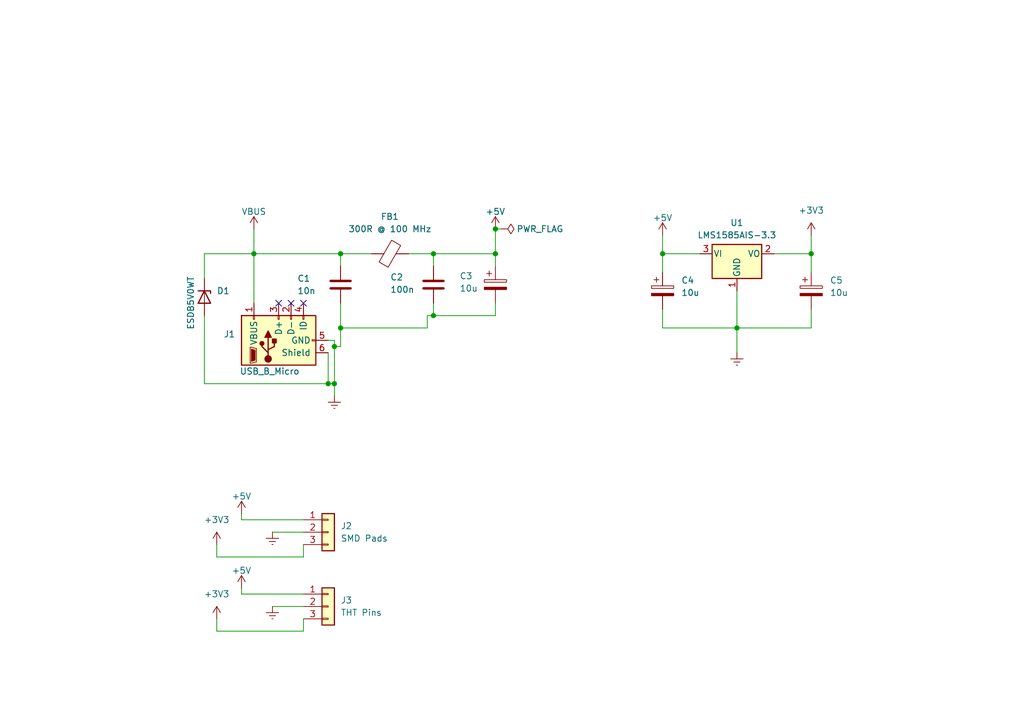
<source format=kicad_sch>
(kicad_sch (version 20231120) (generator "eeschema") (generator_version "8.0")
  (paper "A5")
  (title_block (title "5V & 3V3 USB Micro Power Supply Breakout Board") (date "2025-02-09") (rev "v01") (comment 3 "With filtering and ESD protection") (comment 4 "Simple 5V & 3V3 power supply from USB micro input (VBUS)"))
  (lib_symbols
    (symbol "Connector:USB_B_Micro" (pin_names (offset 1.016))
      (property "Reference" "J" (at -5.08 11.43 0))
      (property "Value" "USB_B_Micro" (at -5.08 8.89 0))
      (symbol "USB_B_Micro_0_1"
        (rectangle (start -5.08 -7.62) (end 5.08 7.62) (stroke (width 0.254)) (fill (type background)))
        (circle (center -3.81 2.159) (radius 0.635) (stroke (width 0.254)) (fill (type outline)))
        (circle (center -0.635 3.429) (radius 0.381) (stroke (width 0.254)) (fill (type outline)))
        (rectangle (start -0.127 -7.62) (end 0.127 -6.858))
        (polyline (pts (xy -1.905 2.159) (xy 0.635 2.159)) (stroke (width 0.254)))
        (polyline (pts (xy -3.175 2.159) (xy -2.54 2.159) (xy -1.27 3.429) (xy -0.635 3.429)) (stroke (width 0.254)))
        (polyline (pts (xy -2.54 2.159) (xy -1.905 2.159) (xy -1.27 0.889) (xy 0 0.889)) (stroke (width 0.254)))
        (polyline (pts (xy 0.635 2.794) (xy 0.635 1.524) (xy 1.905 2.159) (xy 0.635 2.794)) (stroke (width 0.254)) (fill (type outline)))
        (polyline (pts (xy -4.318 5.588) (xy -1.778 5.588) (xy -2.032 4.826) (xy -4.064 4.826) (xy -4.318 5.588)) (fill (type outline)))
        (polyline (pts (xy -4.699 5.842) (xy -4.699 5.588) (xy -4.445 4.826) (xy -4.445 4.572) (xy -1.651 4.572) (xy -1.651 4.826) (xy -1.397 5.588) (xy -1.397 5.842) (xy -4.699 5.842)))
        (rectangle (start 0.254 1.27) (end -0.508 0.508) (stroke (width 0.254)) (fill (type outline)))
        (rectangle (start 5.08 -5.207) (end 4.318 -4.953))
        (rectangle (start 5.08 -2.667) (end 4.318 -2.413))
        (rectangle (start 5.08 -0.127) (end 4.318 0.127))
        (rectangle (start 5.08 4.953) (end 4.318 5.207))
      )
      (symbol "USB_B_Micro_1_1"
        (pin power_out line (at 7.62 5.08 180) (length 2.54) (name "VBUS") (number "1"))
        (pin bidirectional line (at 7.62 -2.54 180) (length 2.54) (name "D-") (number "2"))
        (pin bidirectional line (at 7.62 0 180) (length 2.54) (name "D+") (number "3"))
        (pin passive line (at 7.62 -5.08 180) (length 2.54) (name "ID") (number "4"))
        (pin power_out line (at 0 -10.16 90) (length 2.54) (name "GND") (number "5"))
        (pin passive line (at -2.54 -10.16 90) (length 2.54) (name "Shield") (number "6"))
      )
    )
    (symbol "Connector_Generic:Conn_01x03" (pin_names (offset 1.016) hide)
      (property "Reference" "J" (at 0 5.08 0))
      (property "Value" "Conn_01x03" (at 0 -5.08 0))
      (symbol "Conn_01x03_1_1"
        (rectangle (start -1.27 -2.413) (end 0 -2.667) (stroke (width 0.1524)))
        (rectangle (start -1.27 0.127) (end 0 -0.127) (stroke (width 0.1524)))
        (rectangle (start -1.27 2.667) (end 0 2.413) (stroke (width 0.1524)))
        (rectangle (start -1.27 3.81) (end 1.27 -3.81) (stroke (width 0.254)) (fill (type background)))
        (pin passive line (at -5.08 2.54 0) (length 3.81) (name "Pin_1") (number "1"))
        (pin passive line (at -5.08 0 0) (length 3.81) (name "Pin_2") (number "2"))
        (pin passive line (at -5.08 -2.54 0) (length 3.81) (name "Pin_3") (number "3"))
      )
    )
    (symbol "Device:C" (pin_numbers hide) (pin_names (offset 0.254))
      (property "Reference" "C" (at 0.635 2.54 0))
      (property "Value" "C" (at 0.635 -2.54 0))
      (symbol "C_0_1"
        (polyline (pts (xy -2.032 -0.762) (xy 2.032 -0.762)) (stroke (width 0.508)))
        (polyline (pts (xy -2.032 0.762) (xy 2.032 0.762)) (stroke (width 0.508)))
      )
      (symbol "C_1_1"
        (pin passive line (at 0 3.81 270) (length 2.794) (name "~") (number "1"))
        (pin passive line (at 0 -3.81 90) (length 2.794) (name "~") (number "2"))
      )
    )
    (symbol "Device:C_Polarized" (pin_numbers hide) (pin_names (offset 0.254))
      (property "Reference" "C" (at 0.635 2.54 0))
      (property "Value" "C_Polarized" (at 0.635 -2.54 0))
      (symbol "C_Polarized_0_1"
        (rectangle (start -2.286 0.508) (end 2.286 1.016))
        (polyline (pts (xy -1.778 2.286) (xy -0.762 2.286)))
        (polyline (pts (xy -1.27 2.794) (xy -1.27 1.778)))
        (rectangle (start 2.286 -0.508) (end -2.286 -1.016) (fill (type outline)))
      )
      (symbol "C_Polarized_1_1"
        (pin passive line (at 0 3.81 270) (length 2.794) (name "~") (number "1"))
        (pin passive line (at 0 -3.81 90) (length 2.794) (name "~") (number "2"))
      )
    )
    (symbol "Device:FerriteBead" (pin_numbers hide) (pin_names (offset 0))
      (property "Reference" "FB" (at -3.81 0.635 90))
      (property "Value" "FerriteBead" (at 3.81 0 90))
      (symbol "FerriteBead_0_1"
        (polyline (pts (xy 0 -1.27) (xy 0 -1.2192)))
        (polyline (pts (xy 0 1.27) (xy 0 1.2954)))
        (polyline (pts (xy -2.7686 0.4064) (xy -1.7018 2.2606) (xy 2.7686 -0.3048) (xy 1.6764 -2.159) (xy -2.7686 0.4064)))
      )
      (symbol "FerriteBead_1_1"
        (pin passive line (at 0 3.81 270) (length 2.54) (name "~") (number "1"))
        (pin passive line (at 0 -3.81 90) (length 2.54) (name "~") (number "2"))
      )
    )
    (symbol "Diode:PTVS5V0Z1USKP" (pin_numbers hide) (pin_names hide)
      (property "Reference" "D" (at 0 2.54 0))
      (property "Value" "PTVS5V0Z1USKP" (at 0 -2.54 0))
      (symbol "PTVS5V0Z1USKP_0_1"
        (polyline (pts (xy 1.27 0) (xy -1.27 0)))
        (polyline (pts (xy -1.27 -1.27) (xy -1.27 1.27) (xy -0.762 1.27)) (stroke (width 0.254)))
        (polyline (pts (xy 1.27 -1.27) (xy 1.27 1.27) (xy -1.27 0) (xy 1.27 -1.27)) (stroke (width 0.254)))
      )
      (symbol "PTVS5V0Z1USKP_1_1"
        (pin passive line (at -3.81 0 0) (length 2.54) (name "K") (number "1"))
        (pin passive line (at 3.81 0 180) (length 2.54) (name "A") (number "2"))
      )
    )
    (symbol "Regulator_Linear:LM1084-3.3" (pin_names (offset 0.254))
      (property "Reference" "U" (at -3.81 3.175 0))
      (property "Value" "LM1084-3.3" (at 0 3.175 0))
      (symbol "LM1084-3.3_0_1"
        (rectangle (start -5.08 1.905) (end 5.08 -5.08) (stroke (width 0.254)) (fill (type background)))
      )
      (symbol "LM1084-3.3_1_1"
        (pin power_in line (at 0 -7.62 90) (length 2.54) (name "GND") (number "1"))
        (pin power_out line (at 7.62 0 180) (length 2.54) (name "VO") (number "2"))
        (pin power_in line (at -7.62 0 0) (length 2.54) (name "VI") (number "3"))
      )
    )
    (symbol "power:+3V3" (power) (pin_numbers hide) (pin_names (offset 0) hide)
      (property "Value" "+3V3" (at 0 3.556 0))
      (symbol "+3V3_0_1"
        (polyline (pts (xy -0.762 1.27) (xy 0 2.54)))
        (polyline (pts (xy 0 0) (xy 0 2.54)))
        (polyline (pts (xy 0 2.54) (xy 0.762 1.27)))
      )
      (symbol "+3V3_1_1"
        (pin power_in line (at 0 0 90) (length 0) (name "~") (number "1"))
      )
    )
    (symbol "power:+5V" (power) (pin_numbers hide) (pin_names (offset 0) hide)
      (property "Value" "+5V" (at 0 3.556 0))
      (symbol "+5V_0_1"
        (polyline (pts (xy -0.762 1.27) (xy 0 2.54)))
        (polyline (pts (xy 0 0) (xy 0 2.54)))
        (polyline (pts (xy 0 2.54) (xy 0.762 1.27)))
      )
      (symbol "+5V_1_1"
        (pin power_in line (at 0 0 90) (length 0) (name "~") (number "1"))
      )
    )
    (symbol "power:GNDREF" (power) (pin_numbers hide) (pin_names (offset 0) hide)
      (property "Value" "GNDREF" (at 0 -3.81 0))
      (symbol "GNDREF_0_1"
        (polyline (pts (xy -0.635 -1.905) (xy 0.635 -1.905)))
        (polyline (pts (xy -0.127 -2.54) (xy 0.127 -2.54)))
        (polyline (pts (xy 0 -1.27) (xy 0 0)))
        (polyline (pts (xy 1.27 -1.27) (xy -1.27 -1.27)))
      )
      (symbol "GNDREF_1_1"
        (pin power_in line (at 0 0 270) (length 0) (name "~") (number "1"))
      )
    )
    (symbol "power:PWR_FLAG" (power) (pin_numbers hide) (pin_names (offset 0) hide)
      (property "Value" "PWR_FLAG" (at 0 3.81 0))
      (symbol "PWR_FLAG_0_0"
        (pin power_out line (at 0 0 90) (length 0) (name "~") (number "1"))
      )
      (symbol "PWR_FLAG_0_1"
        (polyline (pts (xy 0 0) (xy 0 1.27) (xy -1.016 1.905) (xy 0 2.54) (xy 1.016 1.905) (xy 0 1.27)))
      )
    )
  )
  (junction (at 69.85 52.07))
  (junction (at 166.37 52.07))
  (junction (at 69.85 67.31))
  (junction (at 52.07 52.07))
  (junction (at 68.58 71.12))
  (junction (at 101.6 46.99))
  (junction (at 68.58 78.74))
  (junction (at 101.6 52.07))
  (junction (at 88.9 64.77))
  (junction (at 88.9 52.07))
  (junction (at 67.31 78.74))
  (junction (at 151.13 67.31))
  (junction (at 135.89 52.07))
  (no_connect (at 57.15 62.23))
  (no_connect (at 59.69 62.23))
  (no_connect (at 62.23 62.23))
  (wire (pts (xy 41.91 64.77) (xy 41.91 78.74)))
  (wire (pts (xy 67.31 69.85) (xy 68.58 69.85)))
  (wire (pts (xy 55.88 109.22) (xy 62.23 109.22)))
  (wire (pts (xy 101.6 46.99) (xy 101.6 52.07)))
  (wire (pts (xy 68.58 69.85) (xy 68.58 71.12)))
  (wire (pts (xy 41.91 52.07) (xy 41.91 57.15)))
  (wire (pts (xy 166.37 63.5) (xy 166.37 67.31)))
  (wire (pts (xy 69.85 52.07) (xy 69.85 54.61)))
  (wire (pts (xy 62.23 114.3) (xy 62.23 111.76)))
  (wire (pts (xy 101.6 46.99) (xy 102.87 46.99)))
  (wire (pts (xy 49.53 120.65) (xy 49.53 121.92)))
  (wire (pts (xy 151.13 72.39) (xy 151.13 67.31)))
  (wire (pts (xy 88.9 52.07) (xy 101.6 52.07)))
  (wire (pts (xy 101.6 52.07) (xy 101.6 54.61)))
  (wire (pts (xy 44.45 129.54) (xy 62.23 129.54)))
  (wire (pts (xy 55.88 124.46) (xy 62.23 124.46)))
  (wire (pts (xy 68.58 71.12) (xy 68.58 78.74)))
  (wire (pts (xy 88.9 64.77) (xy 101.6 64.77)))
  (wire (pts (xy 67.31 72.39) (xy 67.31 78.74)))
  (wire (pts (xy 68.58 71.12) (xy 69.85 71.12)))
  (wire (pts (xy 87.63 67.31) (xy 69.85 67.31)))
  (wire (pts (xy 88.9 52.07) (xy 88.9 54.61)))
  (wire (pts (xy 52.07 46.99) (xy 52.07 52.07)))
  (wire (pts (xy 83.82 52.07) (xy 88.9 52.07)))
  (wire (pts (xy 88.9 64.77) (xy 87.63 64.77)))
  (wire (pts (xy 166.37 48.26) (xy 166.37 52.07)))
  (wire (pts (xy 166.37 52.07) (xy 166.37 55.88)))
  (wire (pts (xy 68.58 78.74) (xy 68.58 81.28)))
  (wire (pts (xy 135.89 63.5) (xy 135.89 67.31)))
  (wire (pts (xy 69.85 52.07) (xy 76.2 52.07)))
  (wire (pts (xy 44.45 111.76) (xy 44.45 114.3)))
  (wire (pts (xy 67.31 78.74) (xy 68.58 78.74)))
  (wire (pts (xy 62.23 129.54) (xy 62.23 127)))
  (wire (pts (xy 135.89 52.07) (xy 135.89 55.88)))
  (wire (pts (xy 87.63 64.77) (xy 87.63 67.31)))
  (wire (pts (xy 52.07 52.07) (xy 41.91 52.07)))
  (wire (pts (xy 44.45 127) (xy 44.45 129.54)))
  (wire (pts (xy 151.13 59.69) (xy 151.13 67.31)))
  (wire (pts (xy 69.85 67.31) (xy 69.85 71.12)))
  (wire (pts (xy 52.07 52.07) (xy 69.85 52.07)))
  (wire (pts (xy 135.89 67.31) (xy 151.13 67.31)))
  (wire (pts (xy 101.6 62.23) (xy 101.6 64.77)))
  (wire (pts (xy 49.53 105.41) (xy 49.53 106.68)))
  (wire (pts (xy 44.45 114.3) (xy 62.23 114.3)))
  (wire (pts (xy 158.75 52.07) (xy 166.37 52.07)))
  (wire (pts (xy 49.53 121.92) (xy 62.23 121.92)))
  (wire (pts (xy 88.9 64.77) (xy 88.9 62.23)))
  (wire (pts (xy 135.89 52.07) (xy 143.51 52.07)))
  (wire (pts (xy 52.07 52.07) (xy 52.07 62.23)))
  (wire (pts (xy 49.53 106.68) (xy 62.23 106.68)))
  (wire (pts (xy 151.13 67.31) (xy 166.37 67.31)))
  (wire (pts (xy 41.91 78.74) (xy 67.31 78.74)))
  (wire (pts (xy 69.85 62.23) (xy 69.85 67.31)))
  (wire (pts (xy 135.89 48.26) (xy 135.89 52.07)))
  (symbol (lib_id "power:+5V") (at 49.53 120.65 0) (unit 1)
    (property "Reference" "#PWR07" (effects (hide yes)))
    (property "Value" "+5V" (at 49.53 117.094 0))
    (property "Description" "Power symbol creates a global label with name \"+5V\"" (effects (hide yes)))
  )
  (symbol (lib_id "Device:C_Polarized") (at 135.89 59.69 0) (unit 1)
    (property "Reference" "C4" (at 139.7 57.5309 0) (effects (justify left)))
    (property "Value" "10u" (at 139.7 60.0709 0) (effects (justify left)))
    (property "Footprint" "Capacitor_SMD:CP_Elec_4x4.5" (effects (hide yes)))
    (property "Description" "Polarized capacitor" (effects (hide yes)))
  )
  (symbol (lib_id "power:+3V3") (at 44.45 127 0) (unit 1)
    (property "Reference" "#PWR04" (effects (hide yes)))
    (property "Value" "+3V3" (at 44.45 121.92 0))
    (property "Description" "Power symbol creates a global label with name \"+3V3\"" (effects (hide yes)))
  )
  (symbol (lib_id "power:GNDREF") (at 68.58 81.28 0) (unit 1)
    (property "Reference" "#PWR02" (effects (hide yes)))
    (property "Value" "GND" (effects (hide yes)))
    (property "Description" "Power symbol creates a global label with name \"GNDREF\" , reference supply ground" (effects (hide yes)))
  )
  (symbol (lib_id "power:GNDREF") (at 55.88 124.46 0) (unit 1)
    (property "Reference" "#PWR09" (effects (hide yes)))
    (property "Value" "GND" (effects (hide yes)))
    (property "Description" "Power symbol creates a global label with name \"GNDREF\" , reference supply ground" (effects (hide yes)))
  )
  (symbol (lib_id "Device:C") (at 69.85 58.42 0) (unit 1)
    (property "Reference" "C1" (at 60.96 57.15 0) (effects (justify left)))
    (property "Value" "10n" (at 60.96 59.69 0) (effects (justify left)))
    (property "Footprint" "Capacitor_SMD:C_0603_1608Metric" (effects (hide yes)))
    (property "Description" "Unpolarized capacitor" (effects (hide yes)))
  )
  (symbol (lib_id "Connector_Generic:Conn_01x03") (at 67.31 109.22 0) (unit 1)
    (property "Reference" "J2" (at 69.85 107.9499 0) (effects (justify left)))
    (property "Value" "SMD Pads" (at 69.85 110.4899 0) (effects (justify left)))
    (property "Footprint" "Connector_PinHeader_1.00mm:PinHeader_1x03_P1.00mm_Vertical_SMD_Pin1Right" (effects (hide yes)))
    (property "Description" "Generic connector, single row, 01x03, script generated (kicad-library-utils/schlib/autogen/connector/)" (effects (hide yes)))
  )
  (symbol (lib_id "Device:FerriteBead") (at 80.01 52.07 90) (unit 1)
    (property "Reference" "FB1" (at 79.9592 44.45 90))
    (property "Value" "300R @ 100 MHz" (at 79.9592 46.99 90))
    (property "Footprint" "Capacitor_SMD:C_2220_5750Metric_Pad1.97x5.40mm_HandSolder" (effects (hide yes)))
    (property "Description" "Ferrite bead" (effects (hide yes)))
    (property "MPN" "HI2220R301R-10" (effects (hide yes)))
  )
  (symbol (lib_id "Connector_Generic:Conn_01x03") (at 67.31 124.46 0) (unit 1)
    (property "Reference" "J3" (at 69.85 123.1899 0) (effects (justify left)))
    (property "Value" "THT Pins" (at 69.85 125.7299 0) (effects (justify left)))
    (property "Footprint" "Connector_PinHeader_1.00mm:PinHeader_1x03_P1.00mm_Vertical" (effects (hide yes)))
    (property "Description" "Generic connector, single row, 01x03, script generated (kicad-library-utils/schlib/autogen/connector/)" (effects (hide yes)))
  )
  (symbol (lib_id "Device:C_Polarized") (at 101.6 58.42 0) (unit 1)
    (property "Reference" "C3" (at 94.234 56.642 0) (effects (justify left)))
    (property "Value" "10u" (at 94.234 59.182 0) (effects (justify left)))
    (property "Footprint" "Capacitor_SMD:CP_Elec_4x4.5" (effects (hide yes)))
    (property "Description" "Polarized capacitor" (effects (hide yes)))
  )
  (symbol (lib_id "power:+5V") (at 101.6 46.99 0) (unit 1)
    (property "Reference" "#PWR05" (effects (hide yes)))
    (property "Value" "+5V" (at 101.6 43.434 0))
    (property "Description" "Power symbol creates a global label with name \"+5V\"" (effects (hide yes)))
  )
  (symbol (lib_id "Regulator_Linear:LM1084-3.3") (at 151.13 52.07 0) (unit 1)
    (property "Reference" "U1" (at 151.13 45.72 0))
    (property "Value" "LMS1585AIS-3.3" (at 151.13 48.26 0))
    (property "Footprint" "Package_TO_SOT_SMD:TO-263-3_TabPin2" (effects (hide yes)))
    (property "Datasheet" "http://www.ti.com/lit/ds/symlink/lm1084.pdf" (effects (hide yes)))
    (property "Description" "5A 27V Linear Regulator, Fixed Output 3.3V, TO-220/TO-263" (effects (hide yes)))
    (property "MPN" "LMS1585AIS-3.3/NOPB" (effects (hide yes)))
  )
  (symbol (lib_id "power:+5V") (at 52.07 46.99 0) (unit 1)
    (property "Reference" "#PWR01" (effects (hide yes)))
    (property "Value" "VBUS" (at 52.07 43.434 0))
    (property "Description" "Power symbol creates a global label with name \"+5V\"" (effects (hide yes)))
  )
  (symbol (lib_id "Diode:PTVS5V0Z1USKP") (at 41.91 60.96 270) (unit 1)
    (property "Reference" "D1" (at 44.45 59.6899 90) (effects (justify left)))
    (property "Value" "ESDB5V0WT" (at 39.116 56.642 0) (effects (justify left)))
    (property "Footprint" "Diode_SMD:D_SOD-523" (effects (hide yes)))
    (property "Description" "5V TVS unidirectional diode" (effects (hide yes)))
    (property "MPN" "ESDB5V0WT" (effects (hide yes)))
  )
  (symbol (lib_id "power:PWR_FLAG") (at 102.87 46.99 270) (unit 1)
    (property "Reference" "#FLG01" (effects (hide yes)))
    (property "Value" "PWR_FLAG" (at 110.744 46.99 90))
    (property "Description" "Special symbol for telling ERC where power comes from" (effects (hide yes)))
  )
  (symbol (lib_id "power:+5V") (at 49.53 105.41 0) (unit 1)
    (property "Reference" "#PWR06" (effects (hide yes)))
    (property "Value" "+5V" (at 49.53 101.854 0))
    (property "Description" "Power symbol creates a global label with name \"+5V\"" (effects (hide yes)))
  )
  (symbol (lib_id "power:+3V3") (at 44.45 111.76 0) (unit 1)
    (property "Reference" "#PWR03" (effects (hide yes)))
    (property "Value" "+3V3" (at 44.45 106.68 0))
    (property "Description" "Power symbol creates a global label with name \"+3V3\"" (effects (hide yes)))
  )
  (symbol (lib_id "power:+5V") (at 135.89 48.26 0) (unit 1)
    (property "Reference" "#PWR010" (effects (hide yes)))
    (property "Value" "+5V" (at 135.89 44.704 0))
    (property "Description" "Power symbol creates a global label with name \"+5V\"" (effects (hide yes)))
  )
  (symbol (lib_id "Connector:USB_B_Micro") (at 57.15 69.85 90) (unit 1)
    (property "Reference" "J1" (at 48.26 68.5799 90) (effects (justify left)))
    (property "Value" "USB_B_Micro" (at 61.468 76.2 90) (effects (justify left)))
    (property "Footprint" "Connector_USB:USB_Micro-B_Amphenol_10118194-0001LF_Horizontal" (effects (hide yes)))
    (property "Description" "USB Micro Type B connector" (effects (hide yes)))
  )
  (symbol (lib_id "power:+3V3") (at 166.37 48.26 0) (unit 1)
    (property "Reference" "#PWR012" (effects (hide yes)))
    (property "Value" "+3V3" (at 166.37 43.18 0))
    (property "Description" "Power symbol creates a global label with name \"+3V3\"" (effects (hide yes)))
  )
  (symbol (lib_id "Device:C") (at 88.9 58.42 0) (unit 1)
    (property "Reference" "C2" (at 80.01 56.896 0) (effects (justify left)))
    (property "Value" "100n" (at 80.01 59.436 0) (effects (justify left)))
    (property "Footprint" "Capacitor_SMD:C_0603_1608Metric" (effects (hide yes)))
    (property "Description" "Unpolarized capacitor" (effects (hide yes)))
  )
  (symbol (lib_id "power:GNDREF") (at 55.88 109.22 0) (unit 1)
    (property "Reference" "#PWR08" (effects (hide yes)))
    (property "Value" "GND" (effects (hide yes)))
    (property "Description" "Power symbol creates a global label with name \"GNDREF\" , reference supply ground" (effects (hide yes)))
  )
  (symbol (lib_id "power:GNDREF") (at 151.13 72.39 0) (unit 1)
    (property "Reference" "#PWR011" (effects (hide yes)))
    (property "Value" "GND" (effects (hide yes)))
    (property "Description" "Power symbol creates a global label with name \"GNDREF\" , reference supply ground" (effects (hide yes)))
  )
  (symbol (lib_id "Device:C_Polarized") (at 166.37 59.69 0) (unit 1)
    (property "Reference" "C5" (at 170.18 57.5309 0) (effects (justify left)))
    (property "Value" "10u" (at 170.18 60.0709 0) (effects (justify left)))
    (property "Footprint" "Capacitor_SMD:CP_Elec_4x4.5" (effects (hide yes)))
    (property "Description" "Polarized capacitor" (effects (hide yes)))
  )
)
</source>
